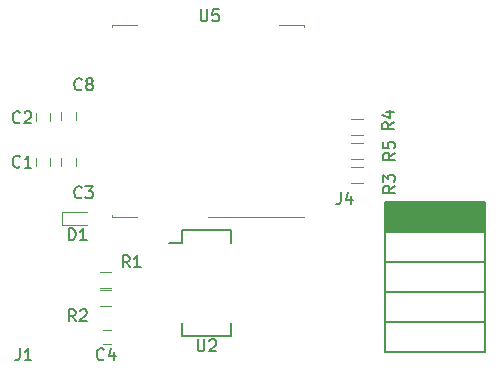
<source format=gto>
G04 #@! TF.GenerationSoftware,KiCad,Pcbnew,(5.0.0)*
G04 #@! TF.CreationDate,2019-03-08T13:39:37-05:00*
G04 #@! TF.ProjectId,Dongle,446F6E676C652E6B696361645F706362,rev?*
G04 #@! TF.SameCoordinates,Original*
G04 #@! TF.FileFunction,Legend,Top*
G04 #@! TF.FilePolarity,Positive*
%FSLAX46Y46*%
G04 Gerber Fmt 4.6, Leading zero omitted, Abs format (unit mm)*
G04 Created by KiCad (PCBNEW (5.0.0)) date 03/08/19 13:39:37*
%MOMM*%
%LPD*%
G01*
G04 APERTURE LIST*
%ADD10C,0.120000*%
%ADD11C,0.150000*%
%ADD12C,0.100000*%
G04 APERTURE END LIST*
D10*
G04 #@! TO.C,R3*
X55951500Y-16592000D02*
X56951500Y-16592000D01*
X56951500Y-17952000D02*
X55951500Y-17952000D01*
D11*
G04 #@! TO.C,U2*
X41613000Y-23051000D02*
X41613000Y-21941000D01*
X45763000Y-21941000D02*
X45763000Y-23051000D01*
X45763000Y-30891000D02*
X45763000Y-29781000D01*
X41613000Y-30891000D02*
X41613000Y-29781000D01*
X41613000Y-21941000D02*
X45763000Y-21941000D01*
X41613000Y-30891000D02*
X45763000Y-30891000D01*
X41613000Y-23051000D02*
X40488000Y-23051000D01*
D12*
G04 #@! TO.C,U5*
X35695000Y-20820000D02*
X35695000Y-20650000D01*
X37815000Y-20820000D02*
X35695000Y-20820000D01*
X51935000Y-4580000D02*
X51935000Y-4750000D01*
X51935000Y-4580000D02*
X49815000Y-4580000D01*
X35695000Y-4580000D02*
X35695000Y-4750000D01*
X37815000Y-4580000D02*
X35695000Y-4580000D01*
X51935000Y-20820000D02*
X43815000Y-20820000D01*
D10*
G04 #@! TO.C,C1*
X29245000Y-16540000D02*
X29245000Y-15840000D01*
X30445000Y-15840000D02*
X30445000Y-16540000D01*
G04 #@! TO.C,C2*
X30445000Y-12030000D02*
X30445000Y-12730000D01*
X29245000Y-12730000D02*
X29245000Y-12030000D01*
G04 #@! TO.C,C3*
X32604000Y-15840000D02*
X32604000Y-16540000D01*
X31404000Y-16540000D02*
X31404000Y-15840000D01*
G04 #@! TO.C,C4*
X34890000Y-30388000D02*
X35590000Y-30388000D01*
X35590000Y-31588000D02*
X34890000Y-31588000D01*
G04 #@! TO.C,C8*
X31404000Y-12608000D02*
X31404000Y-11908000D01*
X32604000Y-11908000D02*
X32604000Y-12608000D01*
D11*
G04 #@! TO.C,J4*
X58788000Y-19558000D02*
X58788000Y-32258000D01*
X67288000Y-19558000D02*
X67288000Y-32258000D01*
X58788000Y-19558000D02*
X67288000Y-19558000D01*
X58788000Y-32258000D02*
X67288000Y-32258000D01*
X58788000Y-29718000D02*
X67288000Y-29718000D01*
X58788000Y-24638000D02*
X67288000Y-24638000D01*
X58788000Y-27178000D02*
X67288000Y-27178000D01*
X58788000Y-22098000D02*
X67288000Y-22098000D01*
G36*
X67233800Y-19608800D02*
X67233800Y-22047200D01*
X58851800Y-22047200D01*
X58851800Y-19608800D01*
X67233800Y-19608800D01*
G37*
X67233800Y-19608800D02*
X67233800Y-22047200D01*
X58851800Y-22047200D01*
X58851800Y-19608800D01*
X67233800Y-19608800D01*
D10*
G04 #@! TO.C,R1*
X35636000Y-26842000D02*
X34636000Y-26842000D01*
X34636000Y-25482000D02*
X35636000Y-25482000D01*
G04 #@! TO.C,R2*
X34636000Y-27006000D02*
X35636000Y-27006000D01*
X35636000Y-28366000D02*
X34636000Y-28366000D01*
G04 #@! TO.C,R4*
X55951500Y-12528000D02*
X56951500Y-12528000D01*
X56951500Y-13888000D02*
X55951500Y-13888000D01*
G04 #@! TO.C,R5*
X56951500Y-15920000D02*
X55951500Y-15920000D01*
X55951500Y-14560000D02*
X56951500Y-14560000D01*
G04 #@! TO.C,D1*
X31466000Y-20385000D02*
X33566000Y-20385000D01*
X31466000Y-21525000D02*
X33566000Y-21525000D01*
X31466000Y-20385000D02*
X31466000Y-21525000D01*
G04 #@! TO.C,R3*
D11*
X59634380Y-18200666D02*
X59158190Y-18534000D01*
X59634380Y-18772095D02*
X58634380Y-18772095D01*
X58634380Y-18391142D01*
X58682000Y-18295904D01*
X58729619Y-18248285D01*
X58824857Y-18200666D01*
X58967714Y-18200666D01*
X59062952Y-18248285D01*
X59110571Y-18295904D01*
X59158190Y-18391142D01*
X59158190Y-18772095D01*
X58634380Y-17867333D02*
X58634380Y-17248285D01*
X59015333Y-17581619D01*
X59015333Y-17438761D01*
X59062952Y-17343523D01*
X59110571Y-17295904D01*
X59205809Y-17248285D01*
X59443904Y-17248285D01*
X59539142Y-17295904D01*
X59586761Y-17343523D01*
X59634380Y-17438761D01*
X59634380Y-17724476D01*
X59586761Y-17819714D01*
X59539142Y-17867333D01*
G04 #@! TO.C,J1*
X27860666Y-31964380D02*
X27860666Y-32678666D01*
X27813047Y-32821523D01*
X27717809Y-32916761D01*
X27574952Y-32964380D01*
X27479714Y-32964380D01*
X28860666Y-32964380D02*
X28289238Y-32964380D01*
X28574952Y-32964380D02*
X28574952Y-31964380D01*
X28479714Y-32107238D01*
X28384476Y-32202476D01*
X28289238Y-32250095D01*
G04 #@! TO.C,U2*
X42926095Y-31202380D02*
X42926095Y-32011904D01*
X42973714Y-32107142D01*
X43021333Y-32154761D01*
X43116571Y-32202380D01*
X43307047Y-32202380D01*
X43402285Y-32154761D01*
X43449904Y-32107142D01*
X43497523Y-32011904D01*
X43497523Y-31202380D01*
X43926095Y-31297619D02*
X43973714Y-31250000D01*
X44068952Y-31202380D01*
X44307047Y-31202380D01*
X44402285Y-31250000D01*
X44449904Y-31297619D01*
X44497523Y-31392857D01*
X44497523Y-31488095D01*
X44449904Y-31630952D01*
X43878476Y-32202380D01*
X44497523Y-32202380D01*
G04 #@! TO.C,U5*
X43180095Y-3262380D02*
X43180095Y-4071904D01*
X43227714Y-4167142D01*
X43275333Y-4214761D01*
X43370571Y-4262380D01*
X43561047Y-4262380D01*
X43656285Y-4214761D01*
X43703904Y-4167142D01*
X43751523Y-4071904D01*
X43751523Y-3262380D01*
X44703904Y-3262380D02*
X44227714Y-3262380D01*
X44180095Y-3738571D01*
X44227714Y-3690952D01*
X44322952Y-3643333D01*
X44561047Y-3643333D01*
X44656285Y-3690952D01*
X44703904Y-3738571D01*
X44751523Y-3833809D01*
X44751523Y-4071904D01*
X44703904Y-4167142D01*
X44656285Y-4214761D01*
X44561047Y-4262380D01*
X44322952Y-4262380D01*
X44227714Y-4214761D01*
X44180095Y-4167142D01*
G04 #@! TO.C,C1*
X27900333Y-16547142D02*
X27852714Y-16594761D01*
X27709857Y-16642380D01*
X27614619Y-16642380D01*
X27471761Y-16594761D01*
X27376523Y-16499523D01*
X27328904Y-16404285D01*
X27281285Y-16213809D01*
X27281285Y-16070952D01*
X27328904Y-15880476D01*
X27376523Y-15785238D01*
X27471761Y-15690000D01*
X27614619Y-15642380D01*
X27709857Y-15642380D01*
X27852714Y-15690000D01*
X27900333Y-15737619D01*
X28852714Y-16642380D02*
X28281285Y-16642380D01*
X28567000Y-16642380D02*
X28567000Y-15642380D01*
X28471761Y-15785238D01*
X28376523Y-15880476D01*
X28281285Y-15928095D01*
G04 #@! TO.C,C2*
X27900333Y-12803142D02*
X27852714Y-12850761D01*
X27709857Y-12898380D01*
X27614619Y-12898380D01*
X27471761Y-12850761D01*
X27376523Y-12755523D01*
X27328904Y-12660285D01*
X27281285Y-12469809D01*
X27281285Y-12326952D01*
X27328904Y-12136476D01*
X27376523Y-12041238D01*
X27471761Y-11946000D01*
X27614619Y-11898380D01*
X27709857Y-11898380D01*
X27852714Y-11946000D01*
X27900333Y-11993619D01*
X28281285Y-11993619D02*
X28328904Y-11946000D01*
X28424142Y-11898380D01*
X28662238Y-11898380D01*
X28757476Y-11946000D01*
X28805095Y-11993619D01*
X28852714Y-12088857D01*
X28852714Y-12184095D01*
X28805095Y-12326952D01*
X28233666Y-12898380D01*
X28852714Y-12898380D01*
G04 #@! TO.C,C3*
X33107333Y-19153142D02*
X33059714Y-19200761D01*
X32916857Y-19248380D01*
X32821619Y-19248380D01*
X32678761Y-19200761D01*
X32583523Y-19105523D01*
X32535904Y-19010285D01*
X32488285Y-18819809D01*
X32488285Y-18676952D01*
X32535904Y-18486476D01*
X32583523Y-18391238D01*
X32678761Y-18296000D01*
X32821619Y-18248380D01*
X32916857Y-18248380D01*
X33059714Y-18296000D01*
X33107333Y-18343619D01*
X33440666Y-18248380D02*
X34059714Y-18248380D01*
X33726380Y-18629333D01*
X33869238Y-18629333D01*
X33964476Y-18676952D01*
X34012095Y-18724571D01*
X34059714Y-18819809D01*
X34059714Y-19057904D01*
X34012095Y-19153142D01*
X33964476Y-19200761D01*
X33869238Y-19248380D01*
X33583523Y-19248380D01*
X33488285Y-19200761D01*
X33440666Y-19153142D01*
G04 #@! TO.C,C4*
X35007333Y-32869142D02*
X34959714Y-32916761D01*
X34816857Y-32964380D01*
X34721619Y-32964380D01*
X34578761Y-32916761D01*
X34483523Y-32821523D01*
X34435904Y-32726285D01*
X34388285Y-32535809D01*
X34388285Y-32392952D01*
X34435904Y-32202476D01*
X34483523Y-32107238D01*
X34578761Y-32012000D01*
X34721619Y-31964380D01*
X34816857Y-31964380D01*
X34959714Y-32012000D01*
X35007333Y-32059619D01*
X35864476Y-32297714D02*
X35864476Y-32964380D01*
X35626380Y-31916761D02*
X35388285Y-32631047D01*
X36007333Y-32631047D01*
G04 #@! TO.C,C8*
X33107333Y-10009142D02*
X33059714Y-10056761D01*
X32916857Y-10104380D01*
X32821619Y-10104380D01*
X32678761Y-10056761D01*
X32583523Y-9961523D01*
X32535904Y-9866285D01*
X32488285Y-9675809D01*
X32488285Y-9532952D01*
X32535904Y-9342476D01*
X32583523Y-9247238D01*
X32678761Y-9152000D01*
X32821619Y-9104380D01*
X32916857Y-9104380D01*
X33059714Y-9152000D01*
X33107333Y-9199619D01*
X33678761Y-9532952D02*
X33583523Y-9485333D01*
X33535904Y-9437714D01*
X33488285Y-9342476D01*
X33488285Y-9294857D01*
X33535904Y-9199619D01*
X33583523Y-9152000D01*
X33678761Y-9104380D01*
X33869238Y-9104380D01*
X33964476Y-9152000D01*
X34012095Y-9199619D01*
X34059714Y-9294857D01*
X34059714Y-9342476D01*
X34012095Y-9437714D01*
X33964476Y-9485333D01*
X33869238Y-9532952D01*
X33678761Y-9532952D01*
X33583523Y-9580571D01*
X33535904Y-9628190D01*
X33488285Y-9723428D01*
X33488285Y-9913904D01*
X33535904Y-10009142D01*
X33583523Y-10056761D01*
X33678761Y-10104380D01*
X33869238Y-10104380D01*
X33964476Y-10056761D01*
X34012095Y-10009142D01*
X34059714Y-9913904D01*
X34059714Y-9723428D01*
X34012095Y-9628190D01*
X33964476Y-9580571D01*
X33869238Y-9532952D01*
G04 #@! TO.C,J4*
X55038666Y-18756380D02*
X55038666Y-19470666D01*
X54991047Y-19613523D01*
X54895809Y-19708761D01*
X54752952Y-19756380D01*
X54657714Y-19756380D01*
X55943428Y-19089714D02*
X55943428Y-19756380D01*
X55705333Y-18708761D02*
X55467238Y-19423047D01*
X56086285Y-19423047D01*
G04 #@! TO.C,R1*
X37171333Y-25090380D02*
X36838000Y-24614190D01*
X36599904Y-25090380D02*
X36599904Y-24090380D01*
X36980857Y-24090380D01*
X37076095Y-24138000D01*
X37123714Y-24185619D01*
X37171333Y-24280857D01*
X37171333Y-24423714D01*
X37123714Y-24518952D01*
X37076095Y-24566571D01*
X36980857Y-24614190D01*
X36599904Y-24614190D01*
X38123714Y-25090380D02*
X37552285Y-25090380D01*
X37838000Y-25090380D02*
X37838000Y-24090380D01*
X37742761Y-24233238D01*
X37647523Y-24328476D01*
X37552285Y-24376095D01*
G04 #@! TO.C,R2*
X32599333Y-29662380D02*
X32266000Y-29186190D01*
X32027904Y-29662380D02*
X32027904Y-28662380D01*
X32408857Y-28662380D01*
X32504095Y-28710000D01*
X32551714Y-28757619D01*
X32599333Y-28852857D01*
X32599333Y-28995714D01*
X32551714Y-29090952D01*
X32504095Y-29138571D01*
X32408857Y-29186190D01*
X32027904Y-29186190D01*
X32980285Y-28757619D02*
X33027904Y-28710000D01*
X33123142Y-28662380D01*
X33361238Y-28662380D01*
X33456476Y-28710000D01*
X33504095Y-28757619D01*
X33551714Y-28852857D01*
X33551714Y-28948095D01*
X33504095Y-29090952D01*
X32932666Y-29662380D01*
X33551714Y-29662380D01*
G04 #@! TO.C,R4*
X59570880Y-12803166D02*
X59094690Y-13136500D01*
X59570880Y-13374595D02*
X58570880Y-13374595D01*
X58570880Y-12993642D01*
X58618500Y-12898404D01*
X58666119Y-12850785D01*
X58761357Y-12803166D01*
X58904214Y-12803166D01*
X58999452Y-12850785D01*
X59047071Y-12898404D01*
X59094690Y-12993642D01*
X59094690Y-13374595D01*
X58904214Y-11946023D02*
X59570880Y-11946023D01*
X58523261Y-12184119D02*
X59237547Y-12422214D01*
X59237547Y-11803166D01*
G04 #@! TO.C,R5*
X59634380Y-15406666D02*
X59158190Y-15740000D01*
X59634380Y-15978095D02*
X58634380Y-15978095D01*
X58634380Y-15597142D01*
X58682000Y-15501904D01*
X58729619Y-15454285D01*
X58824857Y-15406666D01*
X58967714Y-15406666D01*
X59062952Y-15454285D01*
X59110571Y-15501904D01*
X59158190Y-15597142D01*
X59158190Y-15978095D01*
X58634380Y-14501904D02*
X58634380Y-14978095D01*
X59110571Y-15025714D01*
X59062952Y-14978095D01*
X59015333Y-14882857D01*
X59015333Y-14644761D01*
X59062952Y-14549523D01*
X59110571Y-14501904D01*
X59205809Y-14454285D01*
X59443904Y-14454285D01*
X59539142Y-14501904D01*
X59586761Y-14549523D01*
X59634380Y-14644761D01*
X59634380Y-14882857D01*
X59586761Y-14978095D01*
X59539142Y-15025714D01*
G04 #@! TO.C,D1*
X32027904Y-22804380D02*
X32027904Y-21804380D01*
X32266000Y-21804380D01*
X32408857Y-21852000D01*
X32504095Y-21947238D01*
X32551714Y-22042476D01*
X32599333Y-22232952D01*
X32599333Y-22375809D01*
X32551714Y-22566285D01*
X32504095Y-22661523D01*
X32408857Y-22756761D01*
X32266000Y-22804380D01*
X32027904Y-22804380D01*
X33551714Y-22804380D02*
X32980285Y-22804380D01*
X33266000Y-22804380D02*
X33266000Y-21804380D01*
X33170761Y-21947238D01*
X33075523Y-22042476D01*
X32980285Y-22090095D01*
G04 #@! TD*
M02*

</source>
